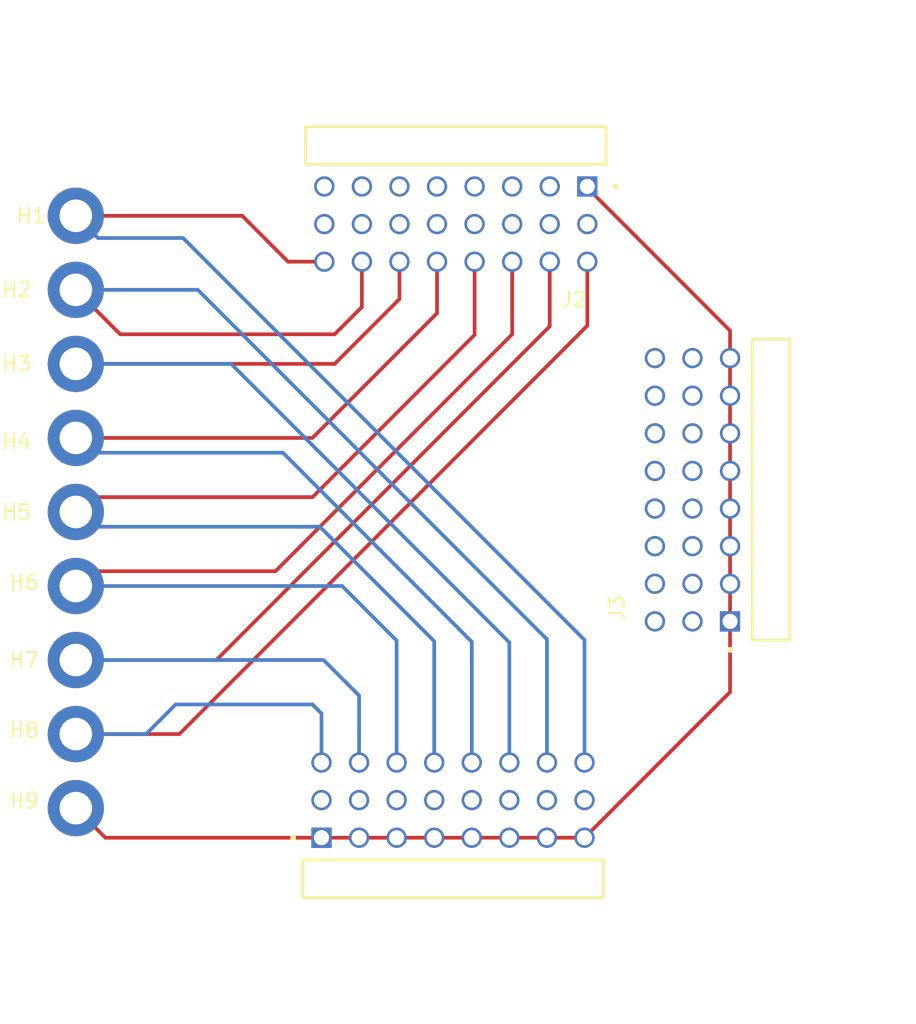
<source format=kicad_pcb>
(kicad_pcb (version 20221018) (generator pcbnew)
  (layers (0 "F.Cu" signal) (1 "In1.Cu" signal) (2 "In2.Cu" signal) (31 "B.Cu" signal) (34 "B.Paste" user) (35 "F.Paste" user) (36 "B.SilkS" user "B.Silkscreen") (37 "F.SilkS" user "F.Silkscreen") (38 "B.Mask" user) (39 "F.Mask" user) (44 "Edge.Cuts" user))
  (net 0 "")
  (net 1 "/CH1")
  (net 2 "/CH2")
  (net 3 "/CH3")
  (net 4 "/CH4")
  (net 5 "/CH5")
  (net 6 "/CH6")
  (net 7 "/CH7")
  (net 8 "/CH8")
  (net 9 "/-")
  (net 10 "Net-(J2-Pad02)")
  (net 11 "Net-(J3-Pad02)")
  (net 12 "Net-(J4-Pad02)")
  (footprint "MountingHole:MountingHole_2.2mm_M2_DIN965_Pad_TopBottom" (layer "F.Cu") (at 65 65)
    (fp_text reference "H4" (at -4 0.25) (layer "F.SilkS"))
    (fp_text value "MountingHole_Pad" hide)
    (pad "1" thru_hole circle (at 0 0) (size 2.6 2.6) (drill 2.2) (layers "*.Cu" "*.Mask") (net 4 "/CH4"))
    (pad "1" connect circle (at 0 0) (size 3.8 3.8) (layers "F.Cu" "F.Mask") (net 4 "/CH4"))
    (pad "1" connect circle (at 0 0) (size 3.8 3.8) (layers "B.Cu" "B.Mask") (net 4 "/CH4"))
  )
  (footprint "MountingHole:MountingHole_2.2mm_M2_DIN965_Pad_TopBottom" (layer "F.Cu") (at 65 60)
    (fp_text reference "H3" (at -4 0) (layer "F.SilkS"))
    (fp_text value "MountingHole_Pad" hide)
    (pad "1" thru_hole circle (at 0 0) (size 2.6 2.6) (drill 2.2) (layers "*.Cu" "*.Mask") (net 3 "/CH3"))
    (pad "1" connect circle (at 0 0) (size 3.8 3.8) (layers "F.Cu" "F.Mask") (net 3 "/CH3"))
    (pad "1" connect circle (at 0 0) (size 3.8 3.8) (layers "B.Cu" "B.Mask") (net 3 "/CH3"))
  )
  (footprint "MountingHole:MountingHole_2.2mm_M2_DIN965_Pad_TopBottom" (layer "F.Cu") (at 65 85)
    (fp_text reference "H8" (at -3.5 -0.25) (layer "F.SilkS"))
    (fp_text value "MountingHole_Pad" hide)
    (pad "1" thru_hole circle (at 0 0) (size 2.6 2.6) (drill 2.2) (layers "*.Cu" "*.Mask") (net 8 "/CH8"))
    (pad "1" connect circle (at 0 0) (size 3.8 3.8) (layers "F.Cu" "F.Mask") (net 8 "/CH8"))
    (pad "1" connect circle (at 0 0) (size 3.8 3.8) (layers "B.Cu" "B.Mask") (net 8 "/CH8"))
  )
  (footprint "MountingHole:MountingHole_2.2mm_M2_DIN965_Pad_TopBottom" (layer "F.Cu") (at 65 55)
    (fp_text reference "H2" (at -4 0) (layer "F.SilkS"))
    (fp_text value "MountingHole_Pad" hide)
    (pad "1" thru_hole circle (at 0 0) (size 2.6 2.6) (drill 2.2) (layers "*.Cu" "*.Mask") (net 2 "/CH2"))
    (pad "1" connect circle (at 0 0) (size 3.8 3.8) (layers "F.Cu" "F.Mask") (net 2 "/CH2"))
    (pad "1" connect circle (at 0 0) (size 3.8 3.8) (layers "B.Cu" "B.Mask") (net 2 "/CH2"))
  )
  (footprint "3rd Party Footprints:SAMTEC_TSW-108-08-G-T-RA" (layer "F.Cu") (at 90.69 45.25 180)
    (fp_text reference "J2" (at -7.985 -10.42) (layer "F.SilkS"))
    (fp_text value "TSW-108-08-G-T-RA")
    (fp_line (start -10.16 1.27) (end -10.16 -1.27) (stroke (width 0.2)) (layer "F.SilkS"))
    (fp_line (start 10.16 -1.27) (end -10.16 -1.27) (stroke (width 0.2)) (layer "F.SilkS"))
    (fp_line (start 10.16 -1.27) (end 10.16 1.27) (stroke (width 0.2)) (layer "F.SilkS"))
    (fp_line (start 10.16 1.27) (end -10.16 1.27) (stroke (width 0.2)) (layer "F.SilkS"))
    (fp_circle (center -10.81 -2.77) (end -10.71 -2.77) (stroke (width 0.2)) (fill none) (layer "F.SilkS"))
    (pad "01" thru_hole rect (at -8.89 -2.77 180) (size 1.37 1.37) (drill 1.02) (layers "*.Cu" "*.Mask") (net 9 "/-"))
    (pad "02" thru_hole circle (at -8.89 -5.31 180) (size 1.37 1.37) (drill 1.02) (layers "*.Cu" "*.Mask") (net 10 "Net-(J2-Pad02)"))
    (pad "03" thru_hole circle (at -8.89 -7.85 180) (size 1.37 1.37) (drill 1.02) (layers "*.Cu" "*.Mask") (net 8 "/CH8"))
    (pad "04" thru_hole circle (at -6.35 -2.77 180) (size 1.37 1.37) (drill 1.02) (layers "*.Cu" "*.Mask") (net 9 "/-"))
    (pad "05" thru_hole circle (at -6.35 -5.31 180) (size 1.37 1.37) (drill 1.02) (layers "*.Cu" "*.Mask") (net 10 "Net-(J2-Pad02)"))
    (pad "06" thru_hole circle (at -6.35 -7.85 180) (size 1.37 1.37) (drill 1.02) (layers "*.Cu" "*.Mask") (net 7 "/CH7"))
    (pad "07" thru_hole circle (at -3.81 -2.77 180) (size 1.37 1.37) (drill 1.02) (layers "*.Cu" "*.Mask") (net 9 "/-"))
    (pad "08" thru_hole circle (at -3.81 -5.31 180) (size 1.37 1.37) (drill 1.02) (layers "*.Cu" "*.Mask") (net 10 "Net-(J2-Pad02)"))
    (pad "09" thru_hole circle (at -3.81 -7.85 180) (size 1.37 1.37) (drill 1.02) (layers "*.Cu" "*.Mask") (net 6 "/CH6"))
    (pad "10" thru_hole circle (at -1.27 -2.77 180) (size 1.37 1.37) (drill 1.02) (layers "*.Cu" "*.Mask") (net 9 "/-"))
    (pad "11" thru_hole circle (at -1.27 -5.31 180) (size 1.37 1.37) (drill 1.02) (layers "*.Cu" "*.Mask") (net 10 "Net-(J2-Pad02)"))
    (pad "12" thru_hole circle (at -1.27 -7.85 180) (size 1.37 1.37) (drill 1.02) (layers "*.Cu" "*.Mask") (net 5 "/CH5"))
    (pad "13" thru_hole circle (at 1.27 -2.77 180) (size 1.37 1.37) (drill 1.02) (layers "*.Cu" "*.Mask") (net 9 "/-"))
    (pad "14" thru_hole circle (at 1.27 -5.31 180) (size 1.37 1.37) (drill 1.02) (layers "*.Cu" "*.Mask") (net 10 "Net-(J2-Pad02)"))
    (pad "15" thru_hole circle (at 1.27 -7.85 180) (size 1.37 1.37) (drill 1.02) (layers "*.Cu" "*.Mask") (net 4 "/CH4"))
    (pad "16" thru_hole circle (at 3.81 -2.77 180) (size 1.37 1.37) (drill 1.02) (layers "*.Cu" "*.Mask") (net 9 "/-"))
    (pad "17" thru_hole circle (at 3.81 -5.31 180) (size 1.37 1.37) (drill 1.02) (layers "*.Cu" "*.Mask") (net 10 "Net-(J2-Pad02)"))
    (pad "18" thru_hole circle (at 3.81 -7.85 180) (size 1.37 1.37) (drill 1.02) (layers "*.Cu" "*.Mask") (net 3 "/CH3"))
    (pad "19" thru_hole circle (at 6.35 -2.77 180) (size 1.37 1.37) (drill 1.02) (layers "*.Cu" "*.Mask") (net 9 "/-"))
    (pad "20" thru_hole circle (at 6.35 -5.31 180) (size 1.37 1.37) (drill 1.02) (layers "*.Cu" "*.Mask") (net 10 "Net-(J2-Pad02)"))
    (pad "21" thru_hole circle (at 6.35 -7.85 180) (size 1.37 1.37) (drill 1.02) (layers "*.Cu" "*.Mask") (net 2 "/CH2"))
    (pad "22" thru_hole circle (at 8.89 -2.77 180) (size 1.37 1.37) (drill 1.02) (layers "*.Cu" "*.Mask") (net 9 "/-"))
    (pad "23" thru_hole circle (at 8.89 -5.31 180) (size 1.37 1.37) (drill 1.02) (layers "*.Cu" "*.Mask") (net 10 "Net-(J2-Pad02)"))
    (pad "24" thru_hole circle (at 8.89 -7.85 180) (size 1.37 1.37) (drill 1.02) (layers "*.Cu" "*.Mask") (net 1 "/CH1"))
  )
  (footprint "MountingHole:MountingHole_2.2mm_M2_DIN965_Pad_TopBottom" (layer "F.Cu") (at 65 70)
    (fp_text reference "H5" (at -4 0) (layer "F.SilkS"))
    (fp_text value "MountingHole_Pad" hide)
    (pad "1" thru_hole circle (at 0 0) (size 2.6 2.6) (drill 2.2) (layers "*.Cu" "*.Mask") (net 5 "/CH5"))
    (pad "1" connect circle (at 0 0) (size 3.8 3.8) (layers "F.Cu" "F.Mask") (net 5 "/CH5"))
    (pad "1" connect circle (at 0 0) (size 3.8 3.8) (layers "B.Cu" "B.Mask") (net 5 "/CH5"))
  )
  (footprint "MountingHole:MountingHole_2.2mm_M2_DIN965_Pad_TopBottom" (layer "F.Cu") (at 65 90)
    (fp_text reference "H9" (at -3.5 -0.5) (layer "F.SilkS"))
    (fp_text value "MountingHole_Pad" hide)
    (pad "1" thru_hole circle (at 0 0) (size 2.6 2.6) (drill 2.2) (layers "*.Cu" "*.Mask") (net 9 "/-"))
    (pad "1" connect circle (at 0 0) (size 3.8 3.8) (layers "F.Cu" "F.Mask") (net 9 "/-"))
    (pad "1" connect circle (at 0 0) (size 3.8 3.8) (layers "B.Cu" "B.Mask") (net 9 "/-"))
  )
  (footprint "MountingHole:MountingHole_2.2mm_M2_DIN965_Pad_TopBottom" (layer "F.Cu") (at 65 75)
    (fp_text reference "H6" (at -3.5 -0.25) (layer "F.SilkS"))
    (fp_text value "MountingHole_Pad" hide)
    (pad "1" thru_hole circle (at 0 0) (size 2.6 2.6) (drill 2.2) (layers "*.Cu" "*.Mask") (net 6 "/CH6"))
    (pad "1" connect circle (at 0 0) (size 3.8 3.8) (layers "F.Cu" "F.Mask") (net 6 "/CH6"))
    (pad "1" connect circle (at 0 0) (size 3.8 3.8) (layers "B.Cu" "B.Mask") (net 6 "/CH6"))
  )
  (footprint "3rd Party Footprints:SAMTEC_TSW-108-08-G-T-RA" (layer "F.Cu") (at 90.5 94.77)
    (fp_text reference "J4" hide)
    (fp_text value "TSW-108-08-G-T-RA")
    (fp_line (start -10.16 1.27) (end -10.16 -1.27) (stroke (width 0.2)) (layer "F.SilkS"))
    (fp_line (start 10.16 -1.27) (end -10.16 -1.27) (stroke (width 0.2)) (layer "F.SilkS"))
    (fp_line (start 10.16 -1.27) (end 10.16 1.27) (stroke (width 0.2)) (layer "F.SilkS"))
    (fp_line (start 10.16 1.27) (end -10.16 1.27) (stroke (width 0.2)) (layer "F.SilkS"))
    (fp_circle (center -10.81 -2.77) (end -10.71 -2.77) (stroke (width 0.2)) (fill none) (layer "F.SilkS"))
    (pad "01" thru_hole rect (at -8.89 -2.77) (size 1.37 1.37) (drill 1.02) (layers "*.Cu" "*.Mask") (net 9 "/-"))
    (pad "02" thru_hole circle (at -8.89 -5.31) (size 1.37 1.37) (drill 1.02) (layers "*.Cu" "*.Mask") (net 12 "Net-(J4-Pad02)"))
    (pad "03" thru_hole circle (at -8.89 -7.85) (size 1.37 1.37) (drill 1.02) (layers "*.Cu" "*.Mask") (net 8 "/CH8"))
    (pad "04" thru_hole circle (at -6.35 -2.77) (size 1.37 1.37) (drill 1.02) (layers "*.Cu" "*.Mask") (net 9 "/-"))
    (pad "05" thru_hole circle (at -6.35 -5.31) (size 1.37 1.37) (drill 1.02) (layers "*.Cu" "*.Mask") (net 12 "Net-(J4-Pad02)"))
    (pad "06" thru_hole circle (at -6.35 -7.85) (size 1.37 1.37) (drill 1.02) (layers "*.Cu" "*.Mask") (net 7 "/CH7"))
    (pad "07" thru_hole circle (at -3.81 -2.77) (size 1.37 1.37) (drill 1.02) (layers "*.Cu" "*.Mask") (net 9 "/-"))
    (pad "08" thru_hole circle (at -3.81 -5.31) (size 1.37 1.37) (drill 1.02) (layers "*.Cu" "*.Mask") (net 12 "Net-(J4-Pad02)"))
    (pad "09" thru_hole circle (at -3.81 -7.85) (size 1.37 1.37) (drill 1.02) (layers "*.Cu" "*.Mask") (net 6 "/CH6"))
    (pad "10" thru_hole circle (at -1.27 -2.77) (size 1.37 1.37) (drill 1.02) (layers "*.Cu" "*.Mask") (net 9 "/-"))
    (pad "11" thru_hole circle (at -1.27 -5.31) (size 1.37 1.37) (drill 1.02) (layers "*.Cu" "*.Mask") (net 12 "Net-(J4-Pad02)"))
    (pad "12" thru_hole circle (at -1.27 -7.85) (size 1.37 1.37) (drill 1.02) (layers "*.Cu" "*.Mask") (net 5 "/CH5"))
    (pad "13" thru_hole circle (at 1.27 -2.77) (size 1.37 1.37) (drill 1.02) (layers "*.Cu" "*.Mask") (net 9 "/-"))
    (pad "14" thru_hole circle (at 1.27 -5.31) (size 1.37 1.37) (drill 1.02) (layers "*.Cu" "*.Mask") (net 12 "Net-(J4-Pad02)"))
    (pad "15" thru_hole circle (at 1.27 -7.85) (size 1.37 1.37) (drill 1.02) (layers "*.Cu" "*.Mask") (net 4 "/CH4"))
    (pad "16" thru_hole circle (at 3.81 -2.77) (size 1.37 1.37) (drill 1.02) (layers "*.Cu" "*.Mask") (net 9 "/-"))
    (pad "17" thru_hole circle (at 3.81 -5.31) (size 1.37 1.37) (drill 1.02) (layers "*.Cu" "*.Mask") (net 12 "Net-(J4-Pad02)"))
    (pad "18" thru_hole circle (at 3.81 -7.85) (size 1.37 1.37) (drill 1.02) (layers "*.Cu" "*.Mask") (net 3 "/CH3"))
    (pad "19" thru_hole circle (at 6.35 -2.77) (size 1.37 1.37) (drill 1.02) (layers "*.Cu" "*.Mask") (net 9 "/-"))
    (pad "20" thru_hole circle (at 6.35 -5.31) (size 1.37 1.37) (drill 1.02) (layers "*.Cu" "*.Mask") (net 12 "Net-(J4-Pad02)"))
    (pad "21" thru_hole circle (at 6.35 -7.85) (size 1.37 1.37) (drill 1.02) (layers "*.Cu" "*.Mask") (net 2 "/CH2"))
    (pad "22" thru_hole circle (at 8.89 -2.77) (size 1.37 1.37) (drill 1.02) (layers "*.Cu" "*.Mask") (net 9 "/-"))
    (pad "23" thru_hole circle (at 8.89 -5.31) (size 1.37 1.37) (drill 1.02) (layers "*.Cu" "*.Mask") (net 12 "Net-(J4-Pad02)"))
    (pad "24" thru_hole circle (at 8.89 -7.85) (size 1.37 1.37) (drill 1.02) (layers "*.Cu" "*.Mask") (net 1 "/CH1"))
  )
  (footprint "MountingHole:MountingHole_2.2mm_M2_DIN965_Pad_TopBottom" (layer "F.Cu") (at 65 50)
    (fp_text reference "H1" (at -3 0) (layer "F.SilkS"))
    (fp_text value "MountingHole_Pad" hide)
    (pad "1" thru_hole circle (at 0 0) (size 2.6 2.6) (drill 2.2) (layers "*.Cu" "*.Mask") (net 1 "/CH1"))
    (pad "1" connect circle (at 0 0) (size 3.8 3.8) (layers "F.Cu" "F.Mask") (net 1 "/CH1"))
    (pad "1" connect circle (at 0 0) (size 3.8 3.8) (layers "B.Cu" "B.Mask") (net 1 "/CH1"))
  )
  (footprint "3rd Party Footprints:SAMTEC_TSW-108-08-G-T-RA" (layer "F.Cu") (at 112 68.5 90)
    (fp_text reference "J3" (at -7.985 -10.42 90) (layer "F.SilkS"))
    (fp_text value "TSW-108-08-G-T-RA")
    (fp_line (start -10.16 1.27) (end -10.16 -1.27) (stroke (width 0.2)) (layer "F.SilkS"))
    (fp_line (start 10.16 -1.27) (end -10.16 -1.27) (stroke (width 0.2)) (layer "F.SilkS"))
    (fp_line (start 10.16 -1.27) (end 10.16 1.27) (stroke (width 0.2)) (layer "F.SilkS"))
    (fp_line (start 10.16 1.27) (end -10.16 1.27) (stroke (width 0.2)) (layer "F.SilkS"))
    (fp_circle (center -10.81 -2.77) (end -10.71 -2.77) (stroke (width 0.2)) (fill none) (layer "F.SilkS"))
    (pad "01" thru_hole rect (at -8.89 -2.77 90) (size 1.37 1.37) (drill 1.02) (layers "*.Cu" "*.Mask") (net 9 "/-"))
    (pad "02" thru_hole circle (at -8.89 -5.31 90) (size 1.37 1.37) (drill 1.02) (layers "*.Cu" "*.Mask") (net 11 "Net-(J3-Pad02)"))
    (pad "03" thru_hole circle (at -8.89 -7.85 90) (size 1.37 1.37) (drill 1.02) (layers "*.Cu" "*.Mask") (net 8 "/CH8"))
    (pad "04" thru_hole circle (at -6.35 -2.77 90) (size 1.37 1.37) (drill 1.02) (layers "*.Cu" "*.Mask") (net 9 "/-"))
    (pad "05" thru_hole circle (at -6.35 -5.31 90) (size 1.37 1.37) (drill 1.02) (layers "*.Cu" "*.Mask") (net 11 "Net-(J3-Pad02)"))
    (pad "06" thru_hole circle (at -6.35 -7.85 90) (size 1.37 1.37) (drill 1.02) (layers "*.Cu" "*.Mask") (net 7 "/CH7"))
    (pad "07" thru_hole circle (at -3.81 -2.77 90) (size 1.37 1.37) (drill 1.02) (layers "*.Cu" "*.Mask") (net 9 "/-"))
    (pad "08" thru_hole circle (at -3.81 -5.31 90) (size 1.37 1.37) (drill 1.02) (layers "*.Cu" "*.Mask") (net 11 "Net-(J3-Pad02)"))
    (pad "09" thru_hole circle (at -3.81 -7.85 90) (size 1.37 1.37) (drill 1.02) (layers "*.Cu" "*.Mask") (net 6 "/CH6"))
    (pad "10" thru_hole circle (at -1.27 -2.77 90) (size 1.37 1.37) (drill 1.02) (layers "*.Cu" "*.Mask") (net 9 "/-"))
    (pad "11" thru_hole circle (at -1.27 -5.31 90) (size 1.37 1.37) (drill 1.02) (layers "*.Cu" "*.Mask") (net 11 "Net-(J3-Pad02)"))
    (pad "12" thru_hole circle (at -1.27 -7.85 90) (size 1.37 1.37) (drill 1.02) (layers "*.Cu" "*.Mask") (net 5 "/CH5"))
    (pad "13" thru_hole circle (at 1.27 -2.77 90) (size 1.37 1.37) (drill 1.02) (layers "*.Cu" "*.Mask") (net 9 "/-"))
    (pad "14" thru_hole circle (at 1.27 -5.31 90) (size 1.37 1.37) (drill 1.02) (layers "*.Cu" "*.Mask") (net 11 "Net-(J3-Pad02)"))
    (pad "15" thru_hole circle (at 1.27 -7.85 90) (size 1.37 1.37) (drill 1.02) (layers "*.Cu" "*.Mask") (net 4 "/CH4"))
    (pad "16" thru_hole circle (at 3.81 -2.77 90) (size 1.37 1.37) (drill 1.02) (layers "*.Cu" "*.Mask") (net 9 "/-"))
    (pad "17" thru_hole circle (at 3.81 -5.31 90) (size 1.37 1.37) (drill 1.02) (layers "*.Cu" "*.Mask") (net 11 "Net-(J3-Pad02)"))
    (pad "18" thru_hole circle (at 3.81 -7.85 90) (size 1.37 1.37) (drill 1.02) (layers "*.Cu" "*.Mask") (net 3 "/CH3"))
    (pad "19" thru_hole circle (at 6.35 -2.77 90) (size 1.37 1.37) (drill 1.02) (layers "*.Cu" "*.Mask") (net 9 "/-"))
    (pad "20" thru_hole circle (at 6.35 -5.31 90) (size 1.37 1.37) (drill 1.02) (layers "*.Cu" "*.Mask") (net 11 "Net-(J3-Pad02)"))
    (pad "21" thru_hole circle (at 6.35 -7.85 90) (size 1.37 1.37) (drill 1.02) (layers "*.Cu" "*.Mask") (net 2 "/CH2"))
    (pad "22" thru_hole circle (at 8.89 -2.77 90) (size 1.37 1.37) (drill 1.02) (layers "*.Cu" "*.Mask") (net 9 "/-"))
    (pad "23" thru_hole circle (at 8.89 -5.31 90) (size 1.37 1.37) (drill 1.02) (layers "*.Cu" "*.Mask") (net 11 "Net-(J3-Pad02)"))
    (pad "24" thru_hole circle (at 8.89 -7.85 90) (size 1.37 1.37) (drill 1.02) (layers "*.Cu" "*.Mask") (net 1 "/CH1"))
  )
  (footprint "MountingHole:MountingHole_2.2mm_M2_DIN965_Pad_TopBottom" (layer "F.Cu") (at 65 80)
    (fp_text reference "H7" (at -3.5 0) (layer "F.SilkS"))
    (fp_text value "MountingHole_Pad" hide)
    (pad "1" thru_hole circle (at 0 0) (size 2.6 2.6) (drill 2.2) (layers "*.Cu" "*.Mask") (net 7 "/CH7"))
    (pad "1" connect circle (at 0 0) (size 3.8 3.8) (layers "F.Cu" "F.Mask") (net 7 "/CH7"))
    (pad "1" connect circle (at 0 0) (size 3.8 3.8) (layers "B.Cu" "B.Mask") (net 7 "/CH7"))
  )
  (segment (start 76.25 50) (end 79.35 53.1) (width 0.25) (layer "F.Cu") (net 1))
  (segment (start 65 50) (end 76.25 50) (width 0.25) (layer "F.Cu") (net 1))
  (segment (start 79.35 53.1) (end 81.71 53.1) (width 0.25) (layer "F.Cu") (net 1))
  (segment (start 99.39 78.64) (end 99.39 86.92) (width 0.25) (layer "B.Cu") (net 1))
  (segment (start 65 50) (end 66.5 51.5) (width 0.25) (layer "B.Cu") (net 1))
  (segment (start 66.5 51.5) (end 72.25 51.5) (width 0.25) (layer "B.Cu") (net 1))
  (segment (start 72.25 51.5) (end 99.39 78.64) (width 0.25) (layer "B.Cu") (net 1))
  (segment (start 84.34 56.16) (end 82.5 58) (width 0.25) (layer "F.Cu") (net 2))
  (segment (start 68 58) (end 65 55) (width 0.25) (layer "F.Cu") (net 2))
  (segment (start 84.34 53.1) (end 84.34 56.16) (width 0.25) (layer "F.Cu") (net 2))
  (segment (start 82.5 58) (end 68 58) (width 0.25) (layer "F.Cu") (net 2))
  (segment (start 73.25 55) (end 65 55) (width 0.25) (layer "B.Cu") (net 2))
  (segment (start 96.85 86.92) (end 96.85 78.6) (width 0.25) (layer "B.Cu") (net 2))
  (segment (start 96.85 78.6) (end 73.25 55) (width 0.25) (layer "B.Cu") (net 2))
  (segment (start 86.88 53.1) (end 86.88 55.62) (width 0.25) (layer "F.Cu") (net 3))
  (segment (start 82.5 60) (end 65 60) (width 0.25) (layer "F.Cu") (net 3))
  (segment (start 86.88 55.62) (end 82.5 60) (width 0.25) (layer "F.Cu") (net 3))
  (segment (start 94.31 78.81) (end 94.31 86.92) (width 0.25) (layer "B.Cu") (net 3))
  (segment (start 75.5 60) (end 94.31 78.81) (width 0.25) (layer "B.Cu") (net 3))
  (segment (start 65 60) (end 75.5 60) (width 0.25) (layer "B.Cu") (net 3))
  (segment (start 81 65) (end 65 65) (width 0.25) (layer "F.Cu") (net 4))
  (segment (start 89.42 53.1) (end 89.42 56.58) (width 0.25) (layer "F.Cu") (net 4))
  (segment (start 89.42 56.58) (end 81 65) (width 0.25) (layer "F.Cu") (net 4))
  (segment (start 79 66) (end 91.77 78.77) (width 0.25) (layer "B.Cu") (net 4))
  (segment (start 91.77 78.77) (end 91.77 86.92) (width 0.25) (layer "B.Cu") (net 4))
  (segment (start 66 66) (end 79 66) (width 0.25) (layer "B.Cu") (net 4))
  (segment (start 65 65) (end 66 66) (width 0.25) (layer "B.Cu") (net 4))
  (segment (start 66 69) (end 65 70) (width 0.25) (layer "F.Cu") (net 5))
  (segment (start 81 69) (end 66 69) (width 0.25) (layer "F.Cu") (net 5))
  (segment (start 91.96 58.04) (end 81 69) (width 0.25) (layer "F.Cu") (net 5))
  (segment (start 91.96 53.1) (end 91.96 58.04) (width 0.25) (layer "F.Cu") (net 5))
  (segment (start 66 71) (end 65 70) (width 0.25) (layer "B.Cu") (net 5))
  (segment (start 89.23 78.73) (end 81.5 71) (width 0.25) (layer "B.Cu") (net 5))
  (segment (start 89.23 86.92) (end 89.23 78.73) (width 0.25) (layer "B.Cu") (net 5))
  (segment (start 81.5 71) (end 66 71) (width 0.25) (layer "B.Cu") (net 5))
  (segment (start 65.23 69.77) (end 65 70) (width 0.25) (layer "B.Cu") (net 5))
  (segment (start 65 75) (end 66 74) (width 0.25) (layer "F.Cu") (net 6))
  (segment (start 94.5 53.19) (end 94.41 53.1) (width 0.25) (layer "F.Cu") (net 6))
  (segment (start 94.5 58) (end 94.5 53.19) (width 0.25) (layer "F.Cu") (net 6))
  (segment (start 66 74) (end 78.5 74) (width 0.25) (layer "F.Cu") (net 6))
  (segment (start 78.5 74) (end 94.5 58) (width 0.25) (layer "F.Cu") (net 6))
  (segment (start 65 75) (end 83 75) (width 0.25) (layer "B.Cu") (net 6))
  (segment (start 83 75) (end 86.69 78.69) (width 0.25) (layer "B.Cu") (net 6))
  (segment (start 86.69 78.69) (end 86.69 86.92) (width 0.25) (layer "B.Cu") (net 6))
  (segment (start 97.04 53.1) (end 97.04 57.46) (width 0.25) (layer "F.Cu") (net 7))
  (segment (start 74.5 80) (end 65 80) (width 0.25) (layer "F.Cu") (net 7))
  (segment (start 97.04 57.46) (end 74.5 80) (width 0.25) (layer "F.Cu") (net 7))
  (segment (start 84.15 82.4) (end 84.15 86.92) (width 0.25) (layer "B.Cu") (net 7))
  (segment (start 65 80) (end 81.75 80) (width 0.25) (layer "B.Cu") (net 7))
  (segment (start 81.75 80) (end 84.15 82.4) (width 0.25) (layer "B.Cu") (net 7))
  (segment (start 99.58 53.1) (end 99.58 57.42) (width 0.25) (layer "F.Cu") (net 8))
  (segment (start 72 85) (end 65 85) (width 0.25) (layer "F.Cu") (net 8))
  (segment (start 99.58 57.42) (end 72 85) (width 0.25) (layer "F.Cu") (net 8))
  (segment (start 71.75 83) (end 81 83) (width 0.25) (layer "B.Cu") (net 8))
  (segment (start 81 83) (end 81.61 83.61) (width 0.25) (layer "B.Cu") (net 8))
  (segment (start 81.61 83.61) (end 81.61 86.92) (width 0.25) (layer "B.Cu") (net 8))
  (segment (start 65 85) (end 69.75 85) (width 0.25) (layer "B.Cu") (net 8))
  (segment (start 69.75 85) (end 71.75 83) (width 0.25) (layer "B.Cu") (net 8))
  (segment (start 109.23 82.16) (end 99.39 92) (width 0.25) (layer "F.Cu") (net 9))
  (segment (start 67 92) (end 80 92) (width 0.25) (layer "F.Cu") (net 9))
  (segment (start 109.23 77.39) (end 109.23 59.61) (width 0.25) (layer "F.Cu") (net 9))
  (segment (start 65 90) (end 67 92) (width 0.25) (layer "F.Cu") (net 9))
  (segment (start 109.23 57.76) (end 109.23 59.61) (width 0.25) (layer "F.Cu") (net 9))
  (segment (start 79.77 92) (end 99.39 92) (width 0.25) (layer "F.Cu") (net 9))
  (segment (start 99.49 48.02) (end 109.23 57.76) (width 0.25) (layer "F.Cu") (net 9))
  (segment (start 108.73 77.39) (end 109.23 77.39) (width 0.25) (layer "F.Cu") (net 9))
  (segment (start 109.23 77.39) (end 109.23 82.16) (width 0.25) (layer "F.Cu") (net 9))
)
</source>
